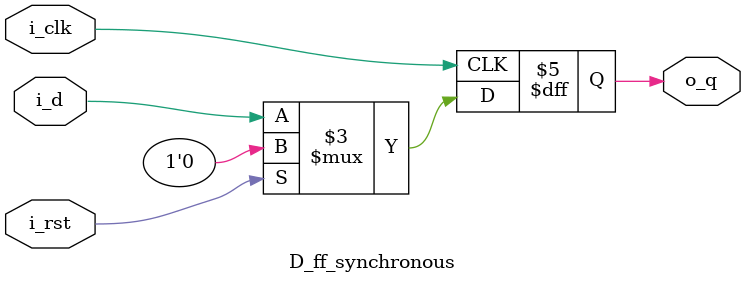
<source format=v>
module D_ff_synchronous(
	input		i_clk,
	input		i_rst,
	input		i_d,
	output	reg	o_q
);
			
	always @(posedge i_clk) begin
		if(i_rst)	o_q <= 1'b0;
		else 		o_q <= i_d;
	end

endmodule

</source>
